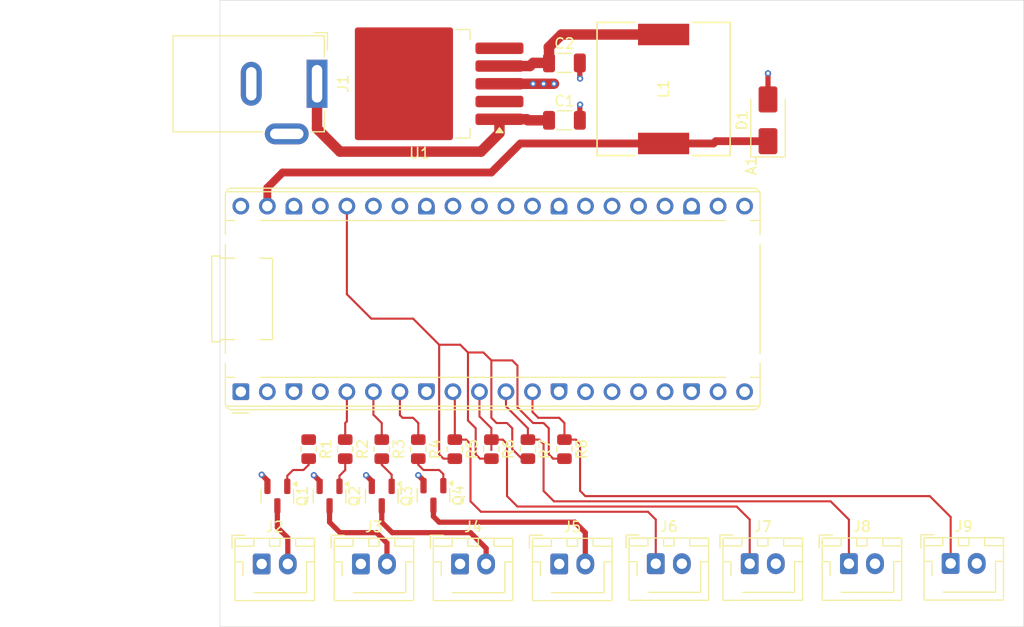
<source format=kicad_pcb>
(kicad_pcb (version 20241229) (generator "pcbnew") (generator_version "9.0")
  (layers (0 "F.Cu" signal) (2 "B.Cu" signal) (13 "F.Paste" user) (15 "B.Paste" user) (5 "F.SilkS" user "F.Silkscreen") (7 "B.SilkS" user "B.Silkscreen") (1 "F.Mask" user) (3 "B.Mask" user) (25 "Edge.Cuts" user))
  (net 0 "")
  (net 1 "GND")
  (net 3 "/GPIO02")
  (net 5 "/GPIO03")
  (net 8 "/GPIO07")
  (net 9 "/GPIO09")
  (net 10 "/GPIO05")
  (net 11 "/GPIO04")
  (net 21 "+3.3V")
  (net 28 "+5V")
  (net 29 "/GPIO06")
  (net 30 "/GPIO08")
  (net 35 "+12V")
  (net 36 "Net-(U1-FB)")
  (net 37 "Net-(J2-Pin_2)")
  (net 38 "Net-(J3-Pin_2)")
  (net 39 "Net-(J4-Pin_2)")
  (net 40 "Net-(J5-Pin_2)")
  (net 41 "Net-(Q1-G)")
  (net 42 "Net-(Q2-G)")
  (net 43 "Net-(Q3-G)")
  (net 44 "Net-(Q4-G)")
  (footprint "Connector_JST:JST_XH_B2B-XH-AM_1x02_P2.50mm_Vertical" (layer "F.Cu") (at 119 116)
    (property "Reference" "J4" (at 1.25 -3.55 0) (layer "F.SilkS"))
    (property "Value" "Conn_01x02")
    (pad "" np_thru_hole circle (at -1.6 2) (size 1.2 1.2) (drill 1.2) (layers "*.Cu" "*.Mask"))
    (pad "1" thru_hole roundrect (at 0 0) (size 1.7 2) (drill 1) (layers "*.Cu" "*.Mask") (roundrect_rratio 0.147059) (net 35 "+12V"))
    (pad "2" thru_hole oval (at 2.5 0) (size 1.7 2) (drill 1) (layers "*.Cu" "*.Mask") (net 39 "Net-(J4-Pin_2)"))
  )
  (footprint "Package_TO_SOT_SMD:SOT-23" (layer "F.Cu") (at 116.45 109.4375 -90)
    (property "Reference" "Q4" (at 0 -2.4 90) (layer "F.SilkS"))
    (property "Value" "AO3400A" (hide yes))
    (pad "1" smd roundrect (at -0.9375 -0.95 270) (size 1.475 0.6) (layers "F.Cu" "F.Mask" "F.Paste") (net 44 "Net-(Q4-G)"))
    (pad "2" smd roundrect (at -0.9375 0.95 270) (size 1.475 0.6) (layers "F.Cu" "F.Mask" "F.Paste") (net 1 "GND"))
    (pad "3" smd roundrect (at 0.9375 0 270) (size 1.475 0.6) (layers "F.Cu" "F.Mask" "F.Paste") (net 40 "Net-(J5-Pin_2)"))
  )
  (footprint "Capacitor_SMD:C_1206_3216Metric" (layer "F.Cu") (at 129 73.5)
    (property "Reference" "C1" (at 0 -1.85 0) (layer "F.SilkS"))
    (property "Value" "220µF" (hide yes))
    (pad "1" smd roundrect (at -1.475 0) (size 1.15 1.8) (layers "F.Cu" "F.Mask" "F.Paste") (roundrect_rratio 0.217391) (net 35 "+12V"))
    (pad "2" smd roundrect (at 1.475 0) (size 1.15 1.8) (layers "F.Cu" "F.Mask" "F.Paste") (roundrect_rratio 0.217391) (net 1 "GND"))
  )
  (footprint "Resistor_SMD:R_0805_2012Metric" (layer "F.Cu") (at 104.5 105 -90)
    (property "Reference" "R1" (at 0 -1.65 90) (layer "F.SilkS"))
    (property "Value" "100R" (hide yes))
    (pad "1" smd roundrect (at -0.9125 0 270) (size 1.025 1.4) (layers "F.Cu" "F.Mask" "F.Paste") (roundrect_rratio 0.243902) (net 3 "/GPIO02"))
    (pad "2" smd roundrect (at 0.9125 0 270) (size 1.025 1.4) (layers "F.Cu" "F.Mask" "F.Paste") (roundrect_rratio 0.243902) (net 41 "Net-(Q1-G)"))
  )
  (footprint "Connector_BarrelJack:BarrelJack_GCT_DCJ200-10-A_Horizontal" (layer "F.Cu") (at 105.3 70 -90)
    (property "Reference" "J1" (at 0 -2.5 90) (layer "F.SilkS"))
    (property "Value" "Jack-DC")
    (pad "1" thru_hole rect (at 0 0 270) (size 4.6 2) (drill oval 3.6 1) (layers "*.Cu" "*.Mask") (net 35 "+12V"))
    (pad "2" thru_hole oval (at 0 6.3 270) (size 4.2 2) (drill oval 3.2 1) (layers "*.Cu" "*.Mask") (net 1 "GND"))
    (pad "3" thru_hole oval (at 4.8 2.9 270) (size 2 4.2) (drill oval 1 3.2) (layers "*.Cu" "*.Mask"))
  )
  (footprint "Connector_JST:JST_XH_B2B-XH-AM_1x02_P2.50mm_Vertical" (layer "F.Cu") (at 166 115.95)
    (property "Reference" "J9" (at 1.25 -3.55 0) (layer "F.SilkS"))
    (property "Value" "Conn_01x02" (hide yes))
    (pad "" np_thru_hole circle (at -1.6 2) (size 1.2 1.2) (drill 1.2) (layers "*.Cu" "*.Mask"))
    (pad "1" thru_hole roundrect (at 0 0) (size 1.7 2) (drill 1) (layers "*.Cu" "*.Mask") (roundrect_rratio 0.147059) (net 9 "/GPIO09"))
    (pad "2" thru_hole oval (at 2.5 0) (size 1.7 2) (drill 1) (layers "*.Cu" "*.Mask") (net 1 "GND"))
  )
  (footprint "Connector_JST:JST_XH_B2B-XH-AM_1x02_P2.50mm_Vertical" (layer "F.Cu") (at 137.75 115.975)
    (property "Reference" "J6" (at 1.25 -3.55 0) (layer "F.SilkS"))
    (property "Value" "Conn_01x02")
    (pad "" np_thru_hole circle (at -1.6 2) (size 1.2 1.2) (drill 1.2) (layers "*.Cu" "*.Mask"))
    (pad "1" thru_hole roundrect (at 0 0) (size 1.7 2) (drill 1) (layers "*.Cu" "*.Mask") (roundrect_rratio 0.147059) (net 29 "/GPIO06"))
    (pad "2" thru_hole oval (at 2.5 0) (size 1.7 2) (drill 1) (layers "*.Cu" "*.Mask") (net 1 "GND"))
  )
  (footprint "Package_TO_SOT_SMD:SOT-23" (layer "F.Cu") (at 111.5 109.5 -90)
    (property "Reference" "Q3" (at 0 -2.4 90) (layer "F.SilkS"))
    (property "Value" "AO3400A" (hide yes))
    (pad "1" smd roundrect (at -0.9375 -0.95 270) (size 1.475 0.6) (layers "F.Cu" "F.Mask" "F.Paste") (net 43 "Net-(Q3-G)"))
    (pad "2" smd roundrect (at -0.9375 0.95 270) (size 1.475 0.6) (layers "F.Cu" "F.Mask" "F.Paste") (net 1 "GND"))
    (pad "3" smd roundrect (at 0.9375 0 270) (size 1.475 0.6) (layers "F.Cu" "F.Mask" "F.Paste") (net 39 "Net-(J4-Pin_2)"))
  )
  (footprint "footprints:IND_DR127-330-R_EAT" (layer "F.Cu") (at 138.5 70.5 90)
    (property "Reference" "L1" (at 0 0 90) (layer "F.SilkS"))
    (property "Value" "DR127-330-R")
    (pad "1" smd rect (at -5.2197 0 90) (size 2.0574 4.9022) (layers "F.Cu" "F.Mask" "F.Paste") (net 28 "+5V"))
    (pad "2" smd rect (at 5.2197 0 90) (size 2.0574 4.9022) (layers "F.Cu" "F.Mask" "F.Paste") (net 36 "Net-(U1-FB)"))
  )
  (footprint "Capacitor_SMD:C_1206_3216Metric" (layer "F.Cu") (at 129 68)
    (property "Reference" "C2" (at 0 -1.85 0) (layer "F.SilkS"))
    (property "Value" "220µF" (hide yes))
    (pad "1" smd roundrect (at -1.475 0) (size 1.15 1.8) (layers "F.Cu" "F.Mask" "F.Paste") (roundrect_rratio 0.217391) (net 36 "Net-(U1-FB)"))
    (pad "2" smd roundrect (at 1.475 0) (size 1.15 1.8) (layers "F.Cu" "F.Mask" "F.Paste") (roundrect_rratio 0.217391) (net 1 "GND"))
  )
  (footprint "Connector_JST:JST_XH_B2B-XH-AM_1x02_P2.50mm_Vertical" (layer "F.Cu") (at 128.5 116)
    (property "Reference" "J5" (at 1.25 -3.55 0) (layer "F.SilkS"))
    (property "Value" "Conn_01x02")
    (pad "" np_thru_hole circle (at -1.6 2) (size 1.2 1.2) (drill 1.2) (layers "*.Cu" "*.Mask"))
    (pad "1" thru_hole roundrect (at 0 0) (size 1.7 2) (drill 1) (layers "*.Cu" "*.Mask") (roundrect_rratio 0.147059) (net 35 "+12V"))
    (pad "2" thru_hole oval (at 2.5 0) (size 1.7 2) (drill 1) (layers "*.Cu" "*.Mask") (net 40 "Net-(J5-Pin_2)"))
  )
  (footprint "Resistor_SMD:R_0805_2012Metric" (layer "F.Cu") (at 122 105 -90)
    (property "Reference" "R6" (at 0 -1.65 90) (layer "F.SilkS"))
    (property "Value" "10k" (hide yes))
    (pad "1" smd roundrect (at -0.9125 0 270) (size 1.025 1.4) (layers "F.Cu" "F.Mask" "F.Paste") (roundrect_rratio 0.243902) (net 8 "/GPIO07"))
    (pad "2" smd roundrect (at 0.9125 0 270) (size 1.025 1.4) (layers "F.Cu" "F.Mask" "F.Paste") (roundrect_rratio 0.243902) (net 21 "+3.3V"))
  )
  (footprint "Connector_JST:JST_XH_B2B-XH-AM_1x02_P2.50mm_Vertical" (layer "F.Cu") (at 109.5 116)
    (property "Reference" "J3" (at 1.25 -3.55 0) (layer "F.SilkS"))
    (property "Value" "Conn_01x02")
    (pad "" np_thru_hole circle (at -1.6 2) (size 1.2 1.2) (drill 1.2) (layers "*.Cu" "*.Mask"))
    (pad "1" thru_hole roundrect (at 0 0) (size 1.7 2) (drill 1) (layers "*.Cu" "*.Mask") (roundrect_rratio 0.147059) (net 35 "+12V"))
    (pad "2" thru_hole oval (at 2.5 0) (size 1.7 2) (drill 1) (layers "*.Cu" "*.Mask") (net 38 "Net-(J3-Pin_2)"))
  )
  (footprint "Resistor_SMD:R_0805_2012Metric" (layer "F.Cu") (at 129 105 -90)
    (property "Reference" "R8" (at 0 -1.65 90) (layer "F.SilkS"))
    (property "Value" "10k" (hide yes))
    (pad "1" smd roundrect (at -0.9125 0 270) (size 1.025 1.4) (layers "F.Cu" "F.Mask" "F.Paste") (roundrect_rratio 0.243902) (net 9 "/GPIO09"))
    (pad "2" smd roundrect (at 0.9125 0 270) (size 1.025 1.4) (layers "F.Cu" "F.Mask" "F.Paste") (roundrect_rratio 0.243902) (net 21 "+3.3V"))
  )
  (footprint "Resistor_SMD:R_0805_2012Metric" (layer "F.Cu") (at 125.5 105 -90)
    (property "Reference" "R7" (at 0 -1.65 90) (layer "F.SilkS"))
    (property "Value" "10k" (hide yes))
    (pad "1" smd roundrect (at -0.9125 0 270) (size 1.025 1.4) (layers "F.Cu" "F.Mask" "F.Paste") (roundrect_rratio 0.243902) (net 30 "/GPIO08"))
    (pad "2" smd roundrect (at 0.9125 0 270) (size 1.025 1.4) (layers "F.Cu" "F.Mask" "F.Paste") (roundrect_rratio 0.243902) (net 21 "+3.3V"))
  )
  (footprint "Resistor_SMD:R_0805_2012Metric" (layer "F.Cu") (at 115 105 -90)
    (property "Reference" "R4" (at 0 -1.65 90) (layer "F.SilkS"))
    (property "Value" "100R" (hide yes))
    (pad "1" smd roundrect (at -0.9125 0 270) (size 1.025 1.4) (layers "F.Cu" "F.Mask" "F.Paste") (roundrect_rratio 0.243902) (net 10 "/GPIO05"))
    (pad "2" smd roundrect (at 0.9125 0 270) (size 1.025 1.4) (layers "F.Cu" "F.Mask" "F.Paste") (roundrect_rratio 0.243902) (net 44 "Net-(Q4-G)"))
  )
  (footprint "Package_TO_SOT_SMD:SOT-23" (layer "F.Cu") (at 101.5 109.5 -90)
    (property "Reference" "Q1" (at 0 -2.4 90) (layer "F.SilkS"))
    (property "Value" "AO3400A" (hide yes))
    (pad "1" smd roundrect (at -0.9375 -0.95 270) (size 1.475 0.6) (layers "F.Cu" "F.Mask" "F.Paste") (net 41 "Net-(Q1-G)"))
    (pad "2" smd roundrect (at -0.9375 0.95 270) (size 1.475 0.6) (layers "F.Cu" "F.Mask" "F.Paste") (net 1 "GND"))
    (pad "3" smd roundrect (at 0.9375 0 270) (size 1.475 0.6) (layers "F.Cu" "F.Mask" "F.Paste") (net 37 "Net-(J2-Pin_2)"))
  )
  (footprint "Connector_JST:JST_XH_B2B-XH-AM_1x02_P2.50mm_Vertical" (layer "F.Cu") (at 156.25 115.975)
    (property "Reference" "J8" (at 1.25 -3.55 0) (layer "F.SilkS"))
    (property "Value" "Conn_01x02" (hide yes))
    (pad "" np_thru_hole circle (at -1.6 2) (size 1.2 1.2) (drill 1.2) (layers "*.Cu" "*.Mask"))
    (pad "1" thru_hole roundrect (at 0 0) (size 1.7 2) (drill 1) (layers "*.Cu" "*.Mask") (roundrect_rratio 0.147059) (net 30 "/GPIO08"))
    (pad "2" thru_hole oval (at 2.5 0) (size 1.7 2) (drill 1) (layers "*.Cu" "*.Mask") (net 1 "GND"))
  )
  (footprint "Module:RaspberryPi_Pico_Common_THT" (layer "F.Cu") (at 98 99.5 90)
    (property "Reference" "A1" (at 20.6375 48.895 90) (layer "F.SilkS") (effects (justify left)))
    (property "Value" "RaspberryPi_Pico")
    (pad "1" thru_hole roundrect (at 0 0 90) (size 1.6 1.6) (drill 1) (layers "*.Cu" "*.Mask") (roundrect_rratio 0.125))
    (pad "2" thru_hole circle (at 0 2.54 90) (size 1.6 1.6) (drill 1) (layers "*.Cu" "*.Mask"))
    (pad "3" thru_hole custom (at 0 5.08 90) (size 1.6 1.6) (drill 1) (layers "*.Cu" "*.Mask") (net 1 "GND") (options (clearance outline) (anchor circle)) (primitives (gr_poly (pts (xy 0.8 0.6) (xy 0.8 -0.6) (xy 0.6 -0.8) (xy 0 -0.8) (xy 0 0.8) (xy 0.6 0.8)) (width 0) (fill yes)) (gr_circle (center 0.6 0.6) (end 0.8 0.6) (width 0) (fill yes)) (gr_circle (center 0.6 -0.6) (end 0.8 -0.6) (width 0) (fill yes))))
    (pad "4" thru_hole circle (at 0 7.62 90) (size 1.6 1.6) (drill 1) (layers "*.Cu" "*.Mask") (net 3 "/GPIO02"))
    (pad "5" thru_hole circle (at 0 10.16 90) (size 1.6 1.6) (drill 1) (layers "*.Cu" "*.Mask") (net 5 "/GPIO03"))
    (pad "6" thru_hole circle (at 0 12.7 90) (size 1.6 1.6) (drill 1) (layers "*.Cu" "*.Mask") (net 11 "/GPIO04"))
    (pad "7" thru_hole circle (at 0 15.24 90) (size 1.6 1.6) (drill 1) (layers "*.Cu" "*.Mask") (net 10 "/GPIO05"))
    (pad "8" thru_hole custom (at 0 17.78 90) (size 1.6 1.6) (drill 1) (layers "*.Cu" "*.Mask") (net 1 "GND") (options (clearance outline) (anchor circle)) (primitives (gr_poly (pts (xy 0.8 0.6) (xy 0.8 -0.6) (xy 0.6 -0.8) (xy 0 -0.8) (xy 0 0.8) (xy 0.6 0.8)) (width 0) (fill yes)) (gr_circle (center 0.6 0.6) (end 0.8 0.6) (width 0) (fill yes)) (gr_circle (center 0.6 -0.6) (end 0.8 -0.6) (width 0) (fill yes))))
    (pad "9" thru_hole circle (at 0 20.32 90) (size 1.6 1.6) (drill 1) (layers "*.Cu" "*.Mask") (net 29 "/GPIO06"))
    (pad "10" thru_hole circle (at 0 22.86 90) (size 1.6 1.6) (drill 1) (layers "*.Cu" "*.Mask") (net 8 "/GPIO07"))
    (pad "11" thru_hole circle (at 0 25.4 90) (size 1.6 1.6) (drill 1) (layers "*.Cu" "*.Mask") (net 30 "/GPIO08"))
    (pad "12" thru_hole circle (at 0 27.94 90) (size 1.6 1.6) (drill 1) (layers "*.Cu" "*.Mask") (net 9 "/GPIO09"))
    (pad "13" thru_hole custom (at 0 30.48 90) (size 1.6 1.6) (drill 1) (layers "*.Cu" "*.Mask") (net 1 "GND") (options (clearance outline) (anchor circle)) (primitives (gr_poly (pts (xy 0.8 0.6) (xy 0.8 -0.6) (xy 0.6 -0.8) (xy 0 -0.8) (xy 0 0.8) (xy 0.6 0.8)) (width 0) (fill yes)) (gr_circle (center 0.6 0.6) (end 0.8 0.6) (width 0) (fill yes)) (gr_circle (center 0.6 -0.6) (end 0.8 -0.6) (width 0) (fill yes))))
    (pad "14" thru_hole circle (at 0 33.02 90) (size 1.6 1.6) (drill 1) (layers "*.Cu" "*.Mask"))
    (pad "15" thru_hole circle (at 0 35.56 90) (size 1.6 1.6) (drill 1) (layers "*.Cu" "*.Mask"))
    (pad "16" thru_hole circle (at 0 38.1 90) (size 1.6 1.6) (drill 1) (layers "*.Cu" "*.Mask"))
    (pad "17" thru_hole circle (at 0 40.64 90) (size 1.6 1.6) (drill 1) (layers "*.Cu" "*.Mask"))
    (pad "18" thru_hole custom (at 0 43.18 90) (size 1.6 1.6) (drill 1) (layers "*.Cu" "*.Mask") (net 1 "GND") (options (clearance outline) (anchor circle)) (primitives (gr_poly (pts (xy 0.8 0.6) (xy 0.8 -0.6) (xy 0.6 -0.8) (xy 0 -0.8) (xy 0 0.8) (xy 0.6 0.8)) (width 0) (fill yes)) (gr_circle (center 0.6 0.6) (end 0.8 0.6) (width 0) (fill yes)) (gr_circle (center 0.6 -0.6) (end 0.8 -0.6) (width 0) (fill yes))))
    (pad "19" thru_hole circle (at 0 45.72 90) (size 1.6 1.6) (drill 1) (layers "*.Cu" "*.Mask"))
    (pad "20" thru_hole circle (at 0 48.26 90) (size 1.6 1.6) (drill 1) (layers "*.Cu" "*.Mask"))
    (pad "21" thru_hole circle (at 17.78 48.26 90) (size 1.6 1.6) (drill 1) (layers "*.Cu" "*.Mask"))
    (pad "22" thru_hole circle (at 17.78 45.72 90) (size 1.6 1.6) (drill 1) (layers "*.Cu" "*.Mask"))
    (pad "23" thru_hole custom (at 17.78 43.18 90) (size 1.6 1.6) (drill 1) (layers "*.Cu" "*.Mask") (net 1 "GND") (options (clearance outline) (anchor circle)) (primitives (gr_poly (pts (xy -0.8 0.6) (xy -0.8 -0.6) (xy -0.6 -0.8) (xy 0 -0.8) (xy 0 0.8) (xy -0.6 0.8)) (width 0) (fill yes)) (gr_circle (center -0.6 0.6) (end -0.4 0.6) (width 0) (fill yes)) (gr_circle (center -0.6 -0.6) (end -0.4 -0.6) (width 0) (fill yes))))
    (pad "24" thru_hole circle (at 17.78 40.64 90) (size 1.6 1.6) (drill 1) (layers "*.Cu" "*.Mask"))
    (pad "25" thru_hole circle (at 17.78 38.1 90) (size 1.6 1.6) (drill 1) (layers "*.Cu" "*.Mask"))
    (pad "26" thru_hole circle (at 17.78 35.56 90) (size 1.6 1.6) (drill 1) (layers "*.Cu" "*.Mask"))
    (pad "27" thru_hole circle (at 17.78 33.02 90) (size 1.6 1.6) (drill 1) (layers "*.Cu" "*.Mask"))
    (pad "28" thru_hole custom (at 17.78 30.48 90) (size 1.6 1.6) (drill 1) (layers "*.Cu" "*.Mask") (net 1 "GND") (options (clearance outline) (anchor circle)) (primitives (gr_poly (pts (xy -0.8 0.6) (xy -0.8 -0.6) (xy -0.6 -0.8) (xy 0 -0.8) (xy 0 0.8) (xy -0.6 0.8)) (width 0) (fill yes)) (gr_circle (center -0.6 0.6) (end -0.4 0.6) (width 0) (fill yes)) (gr_circle (center -0.6 -0.6) (end -0.4 -0.6) (width 0) (fill yes))))
    (pad "29" thru_hole circle (at 17.78 27.94 90) (size 1.6 1.6) (drill 1) (layers "*.Cu" "*.Mask"))
    (pad "30" thru_hole circle (at 17.78 25.4 90) (size 1.6 1.6) (drill 1) (layers "*.Cu" "*.Mask"))
    (pad "31" thru_hole circle (at 17.78 22.86 90) (size 1.6 1.6) (drill 1) (layers "*.Cu" "*.Mask"))
    (pad "32" thru_hole circle (at 17.78 20.32 90) (size 1.6 1.6) (drill 1) (layers "*.Cu" "*.Mask"))
    (pad "33" thru_hole custom (at 17.78 17.78 90) (size 1.6 1.6) (drill 1) (layers "*.Cu" "*.Mask") (options (clearance outline) (anchor circle)) (primitives (gr_poly (pts (xy -0.8 0.6) (xy -0.8 -0.6) (xy -0.6 -0.8) (xy 0 -0.8) (xy 0 0.8) (xy -0.6 0.8)) (width 0) (fill yes)) (gr_circle (center -0.6 0.6) (end -0.4 0.6) (width 0) (fill yes)) (gr_circle (center -0.6 -0.6) (end -0.4 -0.6) (width 0) (fill yes))))
    (pad "34" thru_hole circle (at 17.78 15.24 90) (size 1.6 1.6) (drill 1) (layers "*.Cu" "*.Mask"))
    (pad "35" thru_hole circle (at 17.78 12.7 90) (size 1.6 1.6) (drill 1) (layers "*.Cu" "*.Mask"))
    (pad "36" thru_hole circle (at 17.78 10.16 90) (size 1.6 1.6) (drill 1) (layers "*.Cu" "*.Mask") (net 21 "+3.3V"))
    (pad "37" thru_hole circle (at 17.78 7.62 90) (size 1.6 1.6) (drill 1) (layers "*.Cu" "*.Mask"))
    (pad "38" thru_hole custom (at 17.78 5.08 90) (size 1.6 1.6) (drill 1) (layers "*.Cu" "*.Mask") (net 1 "GND") (options (clearance outline) (anchor circle)) (primitives (gr_poly (pts (xy -0.8 0.6) (xy -0.8 -0.6) (xy -0.6 -0.8) (xy 0 -0.8) (xy 0 0.8) (xy -0.6 0.8)) (width 0) (fill yes)) (gr_circle (center -0.6 0.6) (end -0.4 0.6) (width 0) (fill yes)) (gr_circle (center -0.6 -0.6) (end -0.4 -0.6) (width 0) (fill yes))))
    (pad "39" thru_hole circle (at 17.78 2.54 90) (size 1.6 1.6) (drill 1) (layers "*.Cu" "*.Mask") (net 28 "+5V"))
    (pad "40" thru_hole circle (at 17.78 0 90) (size 1.6 1.6) (drill 1) (layers "*.Cu" "*.Mask"))
  )
  (footprint "Resistor_SMD:R_0805_2012Metric" (layer "F.Cu") (at 118.5 105 -90)
    (property "Reference" "R5" (at 0 -1.65 90) (layer "F.SilkS"))
    (property "Value" "10k" (hide yes))
    (pad "1" smd roundrect (at -0.9125 0 270) (size 1.025 1.4) (layers "F.Cu" "F.Mask" "F.Paste") (roundrect_rratio 0.243902) (net 29 "/GPIO06"))
    (pad "2" smd roundrect (at 0.9125 0 270) (size 1.025 1.4) (layers "F.Cu" "F.Mask" "F.Paste") (roundrect_rratio 0.243902) (net 21 "+3.3V"))
  )
  (footprint "Resistor_SMD:R_0805_2012Metric" (layer "F.Cu") (at 108 105 -90)
    (property "Reference" "R2" (at 0 -1.65 90) (layer "F.SilkS"))
    (property "Value" "100R" (hide yes))
    (pad "1" smd roundrect (at -0.9125 0 270) (size 1.025 1.4) (layers "F.Cu" "F.Mask" "F.Paste") (roundrect_rratio 0.243902) (net 5 "/GPIO03"))
    (pad "2" smd roundrect (at 0.9125 0 270) (size 1.025 1.4) (layers "F.Cu" "F.Mask" "F.Paste") (roundrect_rratio 0.243902) (net 42 "Net-(Q2-G)"))
  )
  (footprint "Connector_JST:JST_XH_B2B-XH-AM_1x02_P2.50mm_Vertical" (layer "F.Cu") (at 146.75 115.975)
    (property "Reference" "J7" (at 1.25 -3.55 0) (layer "F.SilkS"))
    (property "Value" "Conn_01x02" (hide yes))
    (pad "" np_thru_hole circle (at -1.6 2) (size 1.2 1.2) (drill 1.2) (layers "*.Cu" "*.Mask"))
    (pad "1" thru_hole roundrect (at 0 0) (size 1.7 2) (drill 1) (layers "*.Cu" "*.Mask") (roundrect_rratio 0.147059) (net 8 "/GPIO07"))
    (pad "2" thru_hole oval (at 2.5 0) (size 1.7 2) (drill 1) (layers "*.Cu" "*.Mask") (net 1 "GND"))
  )
  (footprint "Package_TO_SOT_SMD:TO-263-5_TabPin3" (layer "F.Cu") (at 115.125 70 180)
    (property "Reference" "U1" (at 0 -6.65 0) (layer "F.SilkS"))
    (property "Value" "LM2596S-5")
    (pad "1" smd roundrect (at -7.65 -3.4 180) (size 4.6 1.1) (layers "F.Cu" "F.Mask" "F.Paste") (roundrect_rratio 0.227273) (net 35 "+12V"))
    (pad "2" smd roundrect (at -7.65 -1.7 180) (size 4.6 1.1) (layers "F.Cu" "F.Mask" "F.Paste") (roundrect_rratio 0.227273))
    (pad "3" smd roundrect (at -7.65 0 180) (size 4.6 1.1) (layers "F.Cu" "F.Mask" "F.Paste") (roundrect_rratio 0.227273) (net 1 "GND"))
    (pad "3" smd roundrect (at 1.5 0 180) (size 9.4 10.8) (layers "F.Cu" "F.Mask") (roundrect_rratio 0.026596) (net 1 "GND"))
    (pad "4" smd roundrect (at -7.65 1.7 180) (size 4.6 1.1) (layers "F.Cu" "F.Mask" "F.Paste") (roundrect_rratio 0.227273) (net 36 "Net-(U1-FB)"))
    (pad "5" smd roundrect (at -7.65 3.4 180) (size 4.6 1.1) (layers "F.Cu" "F.Mask" "F.Paste") (roundrect_rratio 0.227273))
  )
  (footprint "Connector_JST:JST_XH_B2B-XH-AM_1x02_P2.50mm_Vertical" (layer "F.Cu") (at 100 116)
    (property "Reference" "J2" (at 1.25 -3.55 0) (layer "F.SilkS"))
    (property "Value" "Conn_01x02" (hide yes))
    (pad "" np_thru_hole circle (at -1.6 2) (size 1.2 1.2) (drill 1.2) (layers "*.Cu" "*.Mask"))
    (pad "1" thru_hole roundrect (at 0 0) (size 1.7 2) (drill 1) (layers "*.Cu" "*.Mask") (roundrect_rratio 0.147059) (net 35 "+12V"))
    (pad "2" thru_hole oval (at 2.5 0) (size 1.7 2) (drill 1) (layers "*.Cu" "*.Mask") (net 37 "Net-(J2-Pin_2)"))
  )
  (footprint "Package_TO_SOT_SMD:SOT-23" (layer "F.Cu") (at 106.5 109.5 -90)
    (property "Reference" "Q2" (at 0 -2.4 90) (layer "F.SilkS"))
    (property "Value" "AO3400A" (hide yes))
    (pad "1" smd roundrect (at -0.9375 -0.95 270) (size 1.475 0.6) (layers "F.Cu" "F.Mask" "F.Paste") (net 42 "Net-(Q2-G)"))
    (pad "2" smd roundrect (at -0.9375 0.95 270) (size 1.475 0.6) (layers "F.Cu" "F.Mask" "F.Paste") (net 1 "GND"))
    (pad "3" smd roundrect (at 0.9375 0 270) (size 1.475 0.6) (layers "F.Cu" "F.Mask" "F.Paste") (net 38 "Net-(J3-Pin_2)"))
  )
  (footprint "Diode_SMD:D_SMA" (layer "F.Cu") (at 148.5 73.5 90)
    (property "Reference" "D1" (at 0 -2.5 90) (layer "F.SilkS"))
    (property "Value" "SS34" (hide yes))
    (pad "1" smd roundrect (at -2 0 90) (size 2.5 1.8) (layers "F.Cu" "F.Mask" "F.Paste") (roundrect_rratio 0.1388888889) (net 28 "+5V"))
    (pad "2" smd roundrect (at 2 0 90) (size 2.5 1.8) (layers "F.Cu" "F.Mask" "F.Paste") (roundrect_rratio 0.1388888889) (net 1 "GND"))
  )
  (footprint "Resistor_SMD:R_0805_2012Metric" (layer "F.Cu") (at 111.5 105 -90)
    (property "Reference" "R3" (at 0 -1.65 90) (layer "F.SilkS"))
    (property "Value" "100R" (hide yes))
    (pad "1" smd roundrect (at -0.9125 0 270) (size 1.025 1.4) (layers "F.Cu" "F.Mask" "F.Paste") (roundrect_rratio 0.243902) (net 11 "/GPIO04"))
    (pad "2" smd roundrect (at 0.9125 0 270) (size 1.025 1.4) (layers "F.Cu" "F.Mask" "F.Paste") (roundrect_rratio 0.243902) (net 43 "Net-(Q3-G)"))
  )
  (gr_rect (start 96 62) (end 173 122) (stroke (width 0.05)) (fill no) (layer "Edge.Cuts"))
  (segment (start 130.475 72.025) (end 130.5 72) (width 0.5) (layer "F.Cu") (net 1))
  (segment (start 100 107.45) (end 100.55 108) (width 0.5) (layer "F.Cu") (net 1))
  (segment (start 110 107.5) (end 110.55 108.05) (width 0.5) (layer "F.Cu") (net 1))
  (segment (start 105.55 108.05) (end 105.55 108.5625) (width 0.5) (layer "F.Cu") (net 1))
  (segment (start 127 70) (end 128 70) (width 1) (layer "F.Cu") (net 1))
  (segment (start 100.55 108) (end 100.55 108.5625) (width 0.5) (layer "F.Cu") (net 1))
  (segment (start 110.55 108.05) (end 110.55 108.5625) (width 0.5) (layer "F.Cu") (net 1))
  (segment (start 126 70) (end 127 70) (width 1) (layer "F.Cu") (net 1))
  (segment (start 148.5 71.5) (end 148.5 69) (width 0.5) (layer "F.Cu") (net 1))
  (segment (start 130.475 69.475) (end 130.5 69.5) (width 0.5) (layer "F.Cu") (net 1))
  (segment (start 105 107.5) (end 105.55 108.05) (width 0.5) (layer "F.Cu") (net 1))
  (segment (start 115.5 108.5) (end 115.5 108) (width 0.5) (layer "F.Cu") (net 1))
  (segment (start 130.475 68) (end 130.475 69.475) (width 0.5) (layer "F.Cu") (net 1))
  (segment (start 115.5 108) (end 115 107.5) (width 0.5) (layer "F.Cu") (net 1))
  (segment (start 126 70) (end 122.775 70) (width 1) (layer "F.Cu") (net 1))
  (segment (start 130.475 73.5) (end 130.475 72.025) (width 0.5) (layer "F.Cu") (net 1))
  (via (at 100 107.45) (size 0.6) (drill 0.3) (layers "F.Cu" "B.Cu") (net 1))
  (via (at 148.5 69) (size 0.6) (drill 0.3) (layers "F.Cu" "B.Cu") (net 1))
  (via (at 127 70) (size 0.6) (drill 0.3) (layers "F.Cu" "B.Cu") (net 1))
  (via (at 115 107.5) (size 0.6) (drill 0.3) (layers "F.Cu" "B.Cu") (net 1))
  (via (at 130.5 72) (size 0.6) (drill 0.3) (layers "F.Cu" "B.Cu") (net 1))
  (via (at 110 107.5) (size 0.6) (drill 0.3) (layers "F.Cu" "B.Cu") (net 1))
  (via (at 128 70) (size 0.6) (drill 0.3) (layers "F.Cu" "B.Cu") (net 1))
  (via (at 130.5 69.5) (size 0.6) (drill 0.3) (layers "F.Cu" "B.Cu") (net 1))
  (via (at 126 70) (size 0.6) (drill 0.3) (layers "F.Cu" "B.Cu") (net 1))
  (via (at 105 107.5) (size 0.6) (drill 0.3) (layers "F.Cu" "B.Cu") (net 1))
  (segment (start 108 102.5) (end 108.16 102.34) (width 0.2) (layer "F.Cu") (net 5))
  (segment (start 108 104.0875) (end 108 102.5) (width 0.2) (layer "F.Cu") (net 5))
  (segment (start 108.16 102.34) (end 108.16 99.5) (width 0.2) (layer "F.Cu") (net 5))
  (segment (start 123.0875 104.0875) (end 123.5 104.5) (width 0.2) (layer "F.Cu") (net 8))
  (segment (start 122 103) (end 120.86 101.86) (width 0.2) (layer "F.Cu") (net 8))
  (segment (start 145.5 110.5) (end 146.75 111.75) (width 0.2) (layer "F.Cu") (net 8))
  (segment (start 124.5 110.5) (end 145.5 110.5) (width 0.2) (layer "F.Cu") (net 8))
  (segment (start 120.86 101.86) (end 120.86 99.5) (width 0.2) (layer "F.Cu") (net 8))
  (segment (start 123.5 104.5) (end 123.5 109.5) (width 0.2) (layer "F.Cu") (net 8))
  (segment (start 122 104.0875) (end 123.0875 104.0875) (width 0.2) (layer "F.Cu") (net 8))
  (segment (start 123.5 109.5) (end 124.5 110.5) (width 0.2) (layer "F.Cu") (net 8))
  (segment (start 146.75 111.75) (end 146.75 115.975) (width 0.2) (layer "F.Cu") (net 8))
  (segment (start 122 105.0875) (end 122 103) (width 0.2) (layer "F.Cu") (net 8))
  (segment (start 126.5 102) (end 125.94 101.44) (width 0.2) (layer "F.Cu") (net 9))
  (segment (start 129 102.5) (end 128.5 102) (width 0.2) (layer "F.Cu") (net 9))
  (segment (start 125.94 101.44) (end 125.94 99.5) (width 0.2) (layer "F.Cu") (net 9))
  (segment (start 130.5 109) (end 131 109.5) (width 0.2) (layer "F.Cu") (net 9))
  (segment (start 130.0875 104.0875) (end 130.5 104.5) (width 0.2) (layer "F.Cu") (net 9))
  (segment (start 129 104.0875) (end 129 102.5) (width 0.2) (layer "F.Cu") (net 9))
  (segment (start 128.5 102) (end 126.5 102) (width 0.2) (layer "F.Cu") (net 9))
  (segment (start 131 109.5) (end 164 109.5) (width 0.2) (layer "F.Cu") (net 9))
  (segment (start 130.5 104.5) (end 130.5 109) (width 0.2) (layer "F.Cu") (net 9))
  (segment (start 164 109.5) (end 166 111.5) (width 0.2) (layer "F.Cu") (net 9))
  (segment (start 166 111.5) (end 166 115.95) (width 0.2) (layer "F.Cu") (net 9))
  (segment (start 129 104.0875) (end 130.0875 104.0875) (width 0.2) (layer "F.Cu") (net 9))
  (segment (start 115 104.0875) (end 115 102.5) (width 0.2) (layer "F.Cu") (net 10))
  (segment (start 113.5 102) (end 113.24 101.74) (width 0.2) (layer "F.Cu") (net 10))
  (segment (start 113.24 101.74) (end 113.24 99.5) (width 0.2) (layer "F.Cu") (net 10))
  (segment (start 115 102.5) (end 114.5 102) (width 0.2) (layer "F.Cu") (net 10))
  (segment (start 114.5 102) (end 113.5 102) (width 0.2) (layer "F.Cu") (net 10))
  (segment (start 111.5 102.5) (end 110.7 101.7) (width 0.2) (layer "F.Cu") (net 11))
  (segment (start 110.7 101.7) (end 110.7 99.5) (width 0.2) (layer "F.Cu") (net 11))
  (segment (start 111.5 104.0875) (end 111.5 102.5) (width 0.2) (layer "F.Cu") (net 11))
  (segment (start 117.4125 105.9125) (end 117 105.5) (width 0.2) (layer "F.Cu") (net 21))
  (segment (start 123.5 102.5) (end 124 103) (width 0.2) (layer "F.Cu") (net 21))
  (segment (start 127.9125 105.9125) (end 129 105.9125) (width 0.2) (layer "F.Cu") (net 21))
  (segment (start 119.759 95.741) (end 121.241 95.741) (width 0.2) (layer "F.Cu") (net 21))
  (segment (start 117 95) (end 114.5 92.5) (width 0.2) (layer "F.Cu") (net 21))
  (segment (start 110.5 92.5) (end 108.16 90.16) (width 0.2) (layer "F.Cu") (net 21))
  (segment (start 122.5 102.5) (end 123.5 102.5) (width 0.2) (layer "F.Cu") (net 21))
  (segment (start 117 105.5) (end 117 95) (width 0.2) (layer "F.Cu") (net 21))
  (segment (start 122 102) (end 122.5 102.5) (width 0.2) (layer "F.Cu") (net 21))
  (segment (start 119.759 102.259) (end 120.5 103) (width 0.2) (layer "F.Cu") (net 21))
  (segment (start 119.759 95.741) (end 119.759 102.259) (width 0.2) (layer "F.Cu") (net 21))
  (segment (start 108.16 90.16) (end 108.16 81.72) (width 0.2) (layer "F.Cu") (net 21))
  (segment (start 118.5 105.9125) (end 117.4125 105.9125) (width 0.2) (layer "F.Cu") (net 21))
  (segment (start 127.5 105.5) (end 127.9125 105.9125) (width 0.2) (layer "F.Cu") (net 21))
  (segment (start 119.018 95) (end 119.759 95.741) (width 0.2) (layer "F.Cu") (net 21))
  (segment (start 122 96.5) (end 122 102) (width 0.2) (layer "F.Cu") (net 21))
  (segment (start 124.5 97) (end 124.5 101) (width 0.2) (layer "F.Cu") (net 21))
  (segment (start 127 102.5) (end 127.5 103) (width 0.2) (layer "F.Cu") (net 21))
  (segment (start 120.9125 105.9125) (end 122 105.9125) (width 0.2) (layer "F.Cu") (net 21))
  (segment (start 120.5 103) (end 120.5 105.5) (width 0.2) (layer "F.Cu") (net 21))
  (segment (start 124.5 101) (end 126 102.5) (width 0.2) (layer "F.Cu") (net 21))
  (segment (start 120.5 105.5) (end 120.9125 105.9125) (width 0.2) (layer "F.Cu") (net 21))
  (segment (start 121.241 95.741) (end 122 96.5) (width 0.2) (layer "F.Cu") (net 21))
  (segment (start 124 105) (end 124.9125 105.9125) (width 0.2) (layer "F.Cu") (net 21))
  (segment (start 126 102.5) (end 127 102.5) (width 0.2) (layer "F.Cu") (net 21))
  (segment (start 124 96.5) (end 124.5 97) (width 0.2) (layer "F.Cu") (net 21))
  (segment (start 127.5 103) (end 127.5 105.5) (width 0.2) (layer "F.Cu") (net 21))
  (segment (start 122 96.5) (end 124 96.5) (width 0.2) (layer "F.Cu") (net 21))
  (segment (start 124 103) (end 124 105) (width 0.2) (layer "F.Cu") (net 21))
  (segment (start 124.9125 105.9125) (end 125.5 105.9125) (width 0.2) (layer "F.Cu") (net 21))
  (segment (start 114.5 92.5) (end 110.5 92.5) (width 0.2) (layer "F.Cu") (net 21))
  (segment (start 117 95) (end 119.018 95) (width 0.2) (layer "F.Cu") (net 21))
  (segment (start 102 78.5) (end 100.54 79.96) (width 0.75) (layer "F.Cu") (net 28))
  (segment (start 139 75.7197) (end 124.7803 75.7197) (width 0.75) (layer "F.Cu") (net 28))
  (segment (start 143.2803 75.7197) (end 143.5 75.5) (width 0.75) (layer "F.Cu") (net 28))
  (segment (start 100.54 79.96) (end 100.54 81.72) (width 0.75) (layer "F.Cu") (net 28))
  (segment (start 138.5 75.7197) (end 143.2803 75.7197) (width 0.75) (layer "F.Cu") (net 28))
  (segment (start 143.5 75.5) (end 148.5 75.5) (width 0.75) (layer "F.Cu") (net 28))
  (segment (start 124.7803 75.7197) (end 122 78.5) (width 0.75) (layer "F.Cu") (net 28))
  (segment (start 122 78.5) (end 102 78.5) (width 0.75) (layer "F.Cu") (net 28))
  (segment (start 120 110) (end 121 111) (width 0.2) (layer "F.Cu") (net 29))
  (segment (start 137.75 111.75) (end 137.75 115.975) (width 0.2) (layer "F.Cu") (net 29))
  (segment (start 137 111) (end 137.75 111.75) (width 0.2) (layer "F.Cu") (net 29))
  (segment (start 119.5875 104.0875) (end 120 104.5) (width 0.2) (layer "F.Cu") (net 29))
  (segment (start 118.5 104.0875) (end 118.5 99.68) (width 0.2) (layer "F.Cu") (net 29))
  (segment (start 120 104.5) (end 120 110) (width 0.2) (layer "F.Cu") (net 29))
  (segment (start 118.5 104.0875) (end 119.5875 104.0875) (width 0.2) (layer "F.Cu") (net 29))
  (segment (start 118.5 99.68) (end 118.32 99.5) (width 0.2) (layer "F.Cu") (net 29))
  (segment (start 121 111) (end 137 111) (width 0.2) (layer "F.Cu") (net 29))
  (segment (start 125.5 104.0875) (end 126.5875 104.0875) (width 0.2) (layer "F.Cu") (net 30))
  (segment (start 123.4 100.9) (end 123.4 99.5) (width 0.2) (layer "F.Cu") (net 30))
  (segment (start 126.5875 104.0875) (end 127 104.5) (width 0.2) (layer "F.Cu") (net 30))
  (segment (start 154.5 110) (end 156.25 111.75) (width 0.2) (layer "F.Cu") (net 30))
  (segment (start 127 104.5) (end 127 109) (width 0.2) (layer "F.Cu") (net 30))
  (segment (start 125.5 104.0875) (end 125.5 103) (width 0.2) (layer "F.Cu") (net 30))
  (segment (start 127 109) (end 128 110) (width 0.2) (layer "F.Cu") (net 30))
  (segment (start 156.25 111.75) (end 156.25 115.975) (width 0.2) (layer "F.Cu") (net 30))
  (segment (start 128 110) (end 154.5 110) (width 0.2) (layer "F.Cu") (net 30))
  (segment (start 125.5 103) (end 123.4 100.9) (width 0.2) (layer "F.Cu") (net 30))
  (segment (start 105.3 70) (end 105.3 74.3) (width 1) (layer "F.Cu") (net 35))
  (segment (start 121 76.5) (end 122.775 74.725) (width 1) (layer "F.Cu") (net 35))
  (segment (start 122.775 74.725) (end 122.775 73.4) (width 1) (layer "F.Cu") (net 35))
  (segment (start 125.5 73.5) (end 127.525 73.5) (width 1) (layer "F.Cu") (net 35))
  (segment (start 107.5 76.5) (end 121 76.5) (width 1) (layer "F.Cu") (net 35))
  (segment (start 127.425 73.4) (end 127.525 73.5) (width 0.2) (layer "F.Cu") (net 35))
  (segment (start 105.3 74.3) (end 107.5 76.5) (width 1) (layer "F.Cu") (net 35))
  (segment (start 125.4 73.4) (end 125.5 73.5) (width 1) (layer "F.Cu") (net 35))
  (segment (start 122.775 73.4) (end 125.4 73.4) (width 1) (layer "F.Cu") (net 35))
  (segment (start 126 68) (end 127.525 68) (width 1) (layer "F.Cu") (net 36))
  (segment (start 127.525 66.525) (end 127.5 66.5) (width 1) (layer "F.Cu") (net 36))
  (segment (start 127.5 66.5) (end 128.7197 65.2803) (width 1) (layer "F.Cu") (net 36))
  (segment (start 126 68) (end 125.7 68.3) (width 1) (layer "F.Cu") (net 36))
  (segment (start 128.7197 65.2803) (end 139 65.2803) (width 1) (layer "F.Cu") (net 36))
  (segment (start 127.525 68) (end 127.525 66.525) (width 1) (layer "F.Cu") (net 36))
  (segment (start 125.7 68.3) (end 122.775 68.3) (width 1) (layer "F.Cu") (net 36))
  (segment (start 101.5 112.5) (end 102.5 113.5) (width 0.5) (layer "F.Cu") (net 37))
  (segment (start 102.5 113.5) (end 102.5 116) (width 0.5) (layer "F.Cu") (net 37))
  (segment (start 101.5 110.4375) (end 101.5 112.5) (width 0.5) (layer "F.Cu") (net 37))
  (segment (start 112 114) (end 112 116) (width 0.5) (layer "F.Cu") (net 38))
  (segment (start 106.5 110.4375) (end 106.5 112) (width 0.5) (layer "F.Cu") (net 38))
  (segment (start 107.5 113) (end 111 113) (width 0.5) (layer "F.Cu") (net 38))
  (segment (start 111 113) (end 112 114) (width 0.5) (layer "F.Cu") (net 38))
  (segment (start 106.5 112) (end 107.5 113) (width 0.5) (layer "F.Cu") (net 38))
  (segment (start 112.5 113) (end 120 113) (width 0.5) (layer "F.Cu") (net 39))
  (segment (start 111.5 110.4375) (end 111.5 112) (width 0.5) (layer "F.Cu") (net 39))
  (segment (start 111.5 112) (end 112.5 113) (width 0.5) (layer "F.Cu") (net 39))
  (segment (start 120 113) (end 121.5 114.5) (width 0.5) (layer "F.Cu") (net 39))
  (segment (start 121.5 114.5) (end 121.5 116) (width 0.5) (layer "F.Cu") (net 39))
  (segment (start 116.45 111.45) (end 117 112) (width 0.5) (layer "F.Cu") (net 40))
  (segment (start 117 112) (end 130 112) (width 0.5) (layer "F.Cu") (net 40))
  (segment (start 130 112) (end 131 113) (width 0.5) (layer "F.Cu") (net 40))
  (segment (start 116.45 110.375) (end 116.45 111.45) (width 0.5) (layer "F.Cu") (net 40))
  (segment (start 131 113) (end 131 116) (width 0.5) (layer "F.Cu") (net 40))
  (segment (start 104.5 106.5) (end 104.5 105.9125) (width 0.2) (layer "F.Cu") (net 41))
  (segment (start 102.45 108.5625) (end 102.45 107.55) (width 0.2) (layer "F.Cu") (net 41))
  (segment (start 102.45 107.55) (end 103 107) (width 0.2) (layer "F.Cu") (net 41))
  (segment (start 103 107) (end 104 107) (width 0.2) (layer "F.Cu") (net 41))
  (segment (start 104 107) (end 104.5 106.5) (width 0.2) (layer "F.Cu") (net 41))
  (segment (start 107.45 107.55) (end 108 107) (width 0.2) (layer "F.Cu") (net 42))
  (segment (start 107.45 108.5625) (end 107.45 107.55) (width 0.2) (layer "F.Cu") (net 42))
  (segment (start 108 107) (end 108 105.9125) (width 0.2) (layer "F.Cu") (net 42))
  (segment (start 112.45 108.5625) (end 112.45 107.45) (width 0.2) (layer "F.Cu") (net 43))
  (segment (start 111.5 106.5) (end 111.5 105.9125) (width 0.2) (layer "F.Cu") (net 43))
  (segment (start 112.45 107.45) (end 111.5 106.5) (width 0.2) (layer "F.Cu") (net 43))
  (segment (start 117 107) (end 115.5 107) (width 0.2) (layer "F.Cu") (net 44))
  (segment (start 115 106.5) (end 115 105.9125) (width 0.2) (layer "F.Cu") (net 44))
  (segment (start 115.5 107) (end 115 106.5) (width 0.2) (layer "F.Cu") (net 44))
  (segment (start 117.4 108.5) (end 117.4 107.4) (width 0.2) (layer "F.Cu") (net 44))
  (segment (start 117.4 107.4) (end 117 107) (width 0.2) (layer "F.Cu") (net 44))
)
</source>
